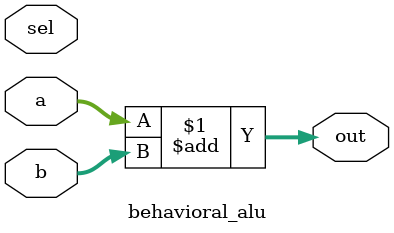
<source format=v>
module behavioral_alu (
    input [13:0] a,
    input [13:0] b,
    input [1:0] sel,
    output [14:0] out
);

//right now this is still just an adder, so change that to a behavioral definition of 
//an ALU. Look in the textbook for how this could be written.
    assign out = a + b;
endmodule

</source>
